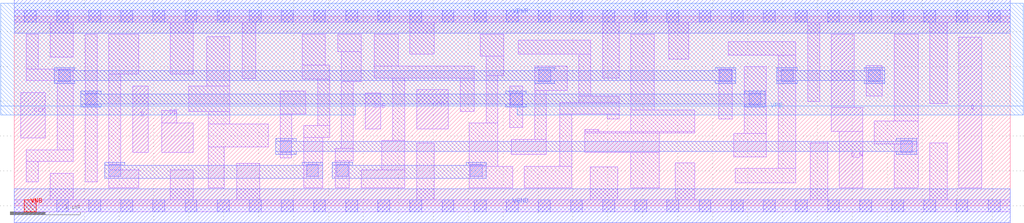
<source format=lef>
# Copyright 2020 The SkyWater PDK Authors
#
# Licensed under the Apache License, Version 2.0 (the "License");
# you may not use this file except in compliance with the License.
# You may obtain a copy of the License at
#
#     https://www.apache.org/licenses/LICENSE-2.0
#
# Unless required by applicable law or agreed to in writing, software
# distributed under the License is distributed on an "AS IS" BASIS,
# WITHOUT WARRANTIES OR CONDITIONS OF ANY KIND, either express or implied.
# See the License for the specific language governing permissions and
# limitations under the License.
#
# SPDX-License-Identifier: Apache-2.0

VERSION 5.7 ;
  NOWIREEXTENSIONATPIN ON ;
  DIVIDERCHAR "/" ;
  BUSBITCHARS "[]" ;
MACRO sky130_fd_sc_hd__sedfxbp_1
  CLASS CORE ;
  FOREIGN sky130_fd_sc_hd__sedfxbp_1 ;
  ORIGIN  0.000000  0.000000 ;
  SIZE  14.26000 BY  2.720000 ;
  SYMMETRY X Y R90 ;
  SITE unithd ;
  PIN D
    ANTENNAGATEAREA  0.159000 ;
    DIRECTION INPUT ;
    USE SIGNAL ;
    PORT
      LAYER li1 ;
        RECT 1.695000 0.765000 1.915000 1.720000 ;
    END
  END D
  PIN DE
    ANTENNAGATEAREA  0.318000 ;
    DIRECTION INPUT ;
    USE SIGNAL ;
    PORT
      LAYER li1 ;
        RECT 2.110000 0.765000 2.565000 1.185000 ;
        RECT 2.110000 1.185000 2.325000 1.370000 ;
    END
  END DE
  PIN Q
    ANTENNADIFFAREA  0.462000 ;
    DIRECTION OUTPUT ;
    USE SIGNAL ;
    PORT
      LAYER li1 ;
        RECT 13.525000 0.255000 13.855000 2.420000 ;
    END
  END Q
  PIN Q_N
    ANTENNADIFFAREA  0.429000 ;
    DIRECTION OUTPUT ;
    USE SIGNAL ;
    PORT
      LAYER li1 ;
        RECT 11.700000 1.065000 12.145000 1.410000 ;
        RECT 11.700000 1.410000 12.030000 2.465000 ;
        RECT 11.815000 0.255000 12.145000 1.065000 ;
    END
  END Q_N
  PIN SCD
    ANTENNAGATEAREA  0.159000 ;
    DIRECTION INPUT ;
    USE SIGNAL ;
    PORT
      LAYER li1 ;
        RECT 5.760000 1.105000 6.215000 1.665000 ;
    END
  END SCD
  PIN SCE
    ANTENNAGATEAREA  0.318000 ;
    DIRECTION INPUT ;
    USE SIGNAL ;
    PORT
      LAYER li1 ;
        RECT 5.025000 1.105000 5.250000 1.615000 ;
    END
  END SCE
  PIN VNB
    PORT
      LAYER pwell ;
        RECT 0.145000 -0.085000 0.315000 0.085000 ;
    END
  END VNB
  PIN VPB
    PORT
      LAYER nwell ;
        RECT -0.190000 1.305000  4.885000 1.435000 ;
        RECT -0.190000 1.435000 14.450000 2.910000 ;
        RECT  7.200000 1.305000 14.450000 1.435000 ;
    END
  END VPB
  PIN CLK
    ANTENNAGATEAREA  0.159000 ;
    DIRECTION INPUT ;
    USE CLOCK ;
    PORT
      LAYER li1 ;
        RECT 0.095000 0.975000 0.445000 1.625000 ;
    END
  END CLK
  PIN VGND
    DIRECTION INOUT ;
    SHAPE ABUTMENT ;
    USE GROUND ;
    PORT
      LAYER met1 ;
        RECT 0.000000 -0.240000 14.260000 0.240000 ;
    END
  END VGND
  PIN VPWR
    DIRECTION INOUT ;
    SHAPE ABUTMENT ;
    USE POWER ;
    PORT
      LAYER met1 ;
        RECT 0.000000 2.480000 14.260000 2.960000 ;
    END
  END VPWR
  OBS
    LAYER li1 ;
      RECT  0.000000 -0.085000 14.260000 0.085000 ;
      RECT  0.000000  2.635000 14.260000 2.805000 ;
      RECT  0.175000  0.345000  0.345000 0.635000 ;
      RECT  0.175000  0.635000  0.845000 0.805000 ;
      RECT  0.175000  1.795000  0.845000 1.965000 ;
      RECT  0.175000  1.965000  0.345000 2.465000 ;
      RECT  0.515000  0.085000  0.845000 0.465000 ;
      RECT  0.515000  2.135000  0.845000 2.635000 ;
      RECT  0.615000  0.805000  0.845000 1.795000 ;
      RECT  1.015000  0.345000  1.185000 2.465000 ;
      RECT  1.355000  0.255000  1.785000 0.515000 ;
      RECT  1.355000  0.515000  1.525000 1.890000 ;
      RECT  1.355000  1.890000  1.785000 2.465000 ;
      RECT  2.235000  0.085000  2.565000 0.515000 ;
      RECT  2.235000  1.890000  2.565000 2.635000 ;
      RECT  2.495000  1.355000  3.085000 1.720000 ;
      RECT  2.755000  1.720000  3.085000 2.425000 ;
      RECT  2.780000  0.255000  3.005000 0.845000 ;
      RECT  2.780000  0.845000  3.635000 1.175000 ;
      RECT  2.780000  1.175000  3.085000 1.355000 ;
      RECT  3.185000  0.085000  3.515000 0.610000 ;
      RECT  3.265000  1.825000  3.460000 2.635000 ;
      RECT  3.805000  0.685000  3.975000 1.320000 ;
      RECT  3.805000  1.320000  4.175000 1.650000 ;
      RECT  4.125000  1.820000  4.515000 2.020000 ;
      RECT  4.125000  2.020000  4.455000 2.465000 ;
      RECT  4.145000  0.255000  4.415000 0.980000 ;
      RECT  4.145000  0.980000  4.515000 1.150000 ;
      RECT  4.345000  1.150000  4.515000 1.820000 ;
      RECT  4.595000  0.255000  4.795000 0.645000 ;
      RECT  4.595000  0.645000  4.855000 0.825000 ;
      RECT  4.635000  2.210000  4.965000 2.465000 ;
      RECT  4.685000  0.825000  4.855000 1.785000 ;
      RECT  4.685000  1.785000  4.965000 2.210000 ;
      RECT  4.965000  0.255000  5.590000 0.515000 ;
      RECT  5.155000  1.835000  6.585000 2.005000 ;
      RECT  5.155000  2.005000  5.495000 2.465000 ;
      RECT  5.260000  0.515000  5.590000 0.935000 ;
      RECT  5.420000  0.935000  5.590000 1.835000 ;
      RECT  5.665000  2.175000  6.010000 2.635000 ;
      RECT  5.760000  0.085000  6.010000 0.905000 ;
      RECT  6.385000  1.355000  6.585000 1.835000 ;
      RECT  6.515000  0.255000  7.135000 0.565000 ;
      RECT  6.515000  0.565000  6.925000 1.185000 ;
      RECT  6.675000  2.150000  7.005000 2.465000 ;
      RECT  6.755000  1.185000  6.925000 1.865000 ;
      RECT  6.755000  1.865000  7.005000 2.150000 ;
      RECT  7.095000  1.125000  7.280000 1.720000 ;
      RECT  7.115000  0.735000  7.620000 0.955000 ;
      RECT  7.215000  2.175000  8.255000 2.375000 ;
      RECT  7.305000  0.255000  7.980000 0.565000 ;
      RECT  7.450000  0.955000  7.620000 1.655000 ;
      RECT  7.450000  1.655000  7.915000 2.005000 ;
      RECT  7.810000  0.565000  7.980000 1.315000 ;
      RECT  7.810000  1.315000  8.660000 1.485000 ;
      RECT  8.085000  1.485000  8.660000 1.575000 ;
      RECT  8.085000  1.575000  8.255000 2.175000 ;
      RECT  8.170000  0.765000  9.235000 1.045000 ;
      RECT  8.170000  1.045000  9.745000 1.065000 ;
      RECT  8.170000  1.065000  8.370000 1.095000 ;
      RECT  8.245000  0.085000  8.640000 0.560000 ;
      RECT  8.425000  1.835000  8.660000 2.635000 ;
      RECT  8.490000  1.245000  8.660000 1.315000 ;
      RECT  8.830000  0.255000  9.235000 0.765000 ;
      RECT  8.830000  1.065000  9.745000 1.375000 ;
      RECT  8.830000  1.375000  9.160000 2.465000 ;
      RECT  9.370000  2.105000  9.660000 2.635000 ;
      RECT  9.465000  0.085000  9.740000 0.615000 ;
      RECT 10.090000  1.245000 10.280000 1.965000 ;
      RECT 10.225000  2.165000 11.190000 2.355000 ;
      RECT 10.305000  0.705000 10.770000 1.035000 ;
      RECT 10.325000  0.330000 11.190000 0.535000 ;
      RECT 10.450000  1.035000 10.770000 1.995000 ;
      RECT 10.940000  0.535000 11.190000 2.165000 ;
      RECT 11.360000  1.495000 11.530000 2.635000 ;
      RECT 11.395000  0.085000 11.645000 0.900000 ;
      RECT 12.200000  1.575000 12.430000 2.010000 ;
      RECT 12.315000  0.890000 12.940000 1.220000 ;
      RECT 12.600000  0.255000 12.940000 0.890000 ;
      RECT 12.600000  1.220000 12.940000 2.465000 ;
      RECT 13.110000  0.085000 13.355000 0.900000 ;
      RECT 13.110000  1.465000 13.355000 2.635000 ;
    LAYER mcon ;
      RECT  0.145000 -0.085000  0.315000 0.085000 ;
      RECT  0.145000  2.635000  0.315000 2.805000 ;
      RECT  0.605000 -0.085000  0.775000 0.085000 ;
      RECT  0.605000  2.635000  0.775000 2.805000 ;
      RECT  0.635000  1.785000  0.805000 1.955000 ;
      RECT  1.015000  1.445000  1.185000 1.615000 ;
      RECT  1.065000 -0.085000  1.235000 0.085000 ;
      RECT  1.065000  2.635000  1.235000 2.805000 ;
      RECT  1.355000  0.425000  1.525000 0.595000 ;
      RECT  1.525000 -0.085000  1.695000 0.085000 ;
      RECT  1.525000  2.635000  1.695000 2.805000 ;
      RECT  1.985000 -0.085000  2.155000 0.085000 ;
      RECT  1.985000  2.635000  2.155000 2.805000 ;
      RECT  2.445000 -0.085000  2.615000 0.085000 ;
      RECT  2.445000  2.635000  2.615000 2.805000 ;
      RECT  2.905000 -0.085000  3.075000 0.085000 ;
      RECT  2.905000  2.635000  3.075000 2.805000 ;
      RECT  3.365000 -0.085000  3.535000 0.085000 ;
      RECT  3.365000  2.635000  3.535000 2.805000 ;
      RECT  3.805000  0.765000  3.975000 0.935000 ;
      RECT  3.825000 -0.085000  3.995000 0.085000 ;
      RECT  3.825000  2.635000  3.995000 2.805000 ;
      RECT  4.185000  0.425000  4.355000 0.595000 ;
      RECT  4.285000 -0.085000  4.455000 0.085000 ;
      RECT  4.285000  2.635000  4.455000 2.805000 ;
      RECT  4.615000  0.425000  4.785000 0.595000 ;
      RECT  4.745000 -0.085000  4.915000 0.085000 ;
      RECT  4.745000  2.635000  4.915000 2.805000 ;
      RECT  5.205000 -0.085000  5.375000 0.085000 ;
      RECT  5.205000  2.635000  5.375000 2.805000 ;
      RECT  5.665000 -0.085000  5.835000 0.085000 ;
      RECT  5.665000  2.635000  5.835000 2.805000 ;
      RECT  6.125000 -0.085000  6.295000 0.085000 ;
      RECT  6.125000  2.635000  6.295000 2.805000 ;
      RECT  6.530000  0.425000  6.700000 0.595000 ;
      RECT  6.585000 -0.085000  6.755000 0.085000 ;
      RECT  6.585000  2.635000  6.755000 2.805000 ;
      RECT  7.045000 -0.085000  7.215000 0.085000 ;
      RECT  7.045000  2.635000  7.215000 2.805000 ;
      RECT  7.100000  1.445000  7.270000 1.615000 ;
      RECT  7.505000 -0.085000  7.675000 0.085000 ;
      RECT  7.505000  2.635000  7.675000 2.805000 ;
      RECT  7.510000  1.785000  7.680000 1.955000 ;
      RECT  7.965000 -0.085000  8.135000 0.085000 ;
      RECT  7.965000  2.635000  8.135000 2.805000 ;
      RECT  8.425000 -0.085000  8.595000 0.085000 ;
      RECT  8.425000  2.635000  8.595000 2.805000 ;
      RECT  8.885000 -0.085000  9.055000 0.085000 ;
      RECT  8.885000  2.635000  9.055000 2.805000 ;
      RECT  9.345000 -0.085000  9.515000 0.085000 ;
      RECT  9.345000  2.635000  9.515000 2.805000 ;
      RECT  9.805000 -0.085000  9.975000 0.085000 ;
      RECT  9.805000  2.635000  9.975000 2.805000 ;
      RECT 10.100000  1.785000 10.270000 1.955000 ;
      RECT 10.265000 -0.085000 10.435000 0.085000 ;
      RECT 10.265000  2.635000 10.435000 2.805000 ;
      RECT 10.520000  1.445000 10.690000 1.615000 ;
      RECT 10.725000 -0.085000 10.895000 0.085000 ;
      RECT 10.725000  2.635000 10.895000 2.805000 ;
      RECT 10.980000  1.785000 11.150000 1.955000 ;
      RECT 11.185000 -0.085000 11.355000 0.085000 ;
      RECT 11.185000  2.635000 11.355000 2.805000 ;
      RECT 11.645000 -0.085000 11.815000 0.085000 ;
      RECT 11.645000  2.635000 11.815000 2.805000 ;
      RECT 12.105000 -0.085000 12.275000 0.085000 ;
      RECT 12.105000  2.635000 12.275000 2.805000 ;
      RECT 12.230000  1.785000 12.400000 1.955000 ;
      RECT 12.565000 -0.085000 12.735000 0.085000 ;
      RECT 12.565000  2.635000 12.735000 2.805000 ;
      RECT 12.690000  0.765000 12.860000 0.935000 ;
      RECT 13.025000 -0.085000 13.195000 0.085000 ;
      RECT 13.025000  2.635000 13.195000 2.805000 ;
      RECT 13.485000 -0.085000 13.655000 0.085000 ;
      RECT 13.485000  2.635000 13.655000 2.805000 ;
      RECT 13.945000 -0.085000 14.115000 0.085000 ;
      RECT 13.945000  2.635000 14.115000 2.805000 ;
    LAYER met1 ;
      RECT  0.575000 1.755000  0.865000 1.800000 ;
      RECT  0.575000 1.800000 10.330000 1.940000 ;
      RECT  0.575000 1.940000  0.865000 1.985000 ;
      RECT  0.955000 1.415000  1.245000 1.460000 ;
      RECT  0.955000 1.460000 10.750000 1.600000 ;
      RECT  0.955000 1.600000  1.245000 1.645000 ;
      RECT  1.295000 0.395000  4.415000 0.580000 ;
      RECT  1.295000 0.580000  1.585000 0.625000 ;
      RECT  3.745000 0.735000  4.035000 0.780000 ;
      RECT  3.745000 0.780000 12.920000 0.920000 ;
      RECT  3.745000 0.920000  4.035000 0.965000 ;
      RECT  4.125000 0.580000  4.415000 0.625000 ;
      RECT  4.555000 0.395000  6.760000 0.580000 ;
      RECT  4.555000 0.580000  4.845000 0.625000 ;
      RECT  6.470000 0.580000  6.760000 0.625000 ;
      RECT  7.040000 1.415000  7.330000 1.460000 ;
      RECT  7.040000 1.600000  7.330000 1.645000 ;
      RECT  7.450000 1.755000  7.740000 1.800000 ;
      RECT  7.450000 1.940000  7.740000 1.985000 ;
      RECT 10.040000 1.755000 10.330000 1.800000 ;
      RECT 10.040000 1.940000 10.330000 1.985000 ;
      RECT 10.460000 1.415000 10.750000 1.460000 ;
      RECT 10.460000 1.600000 10.750000 1.645000 ;
      RECT 10.920000 1.755000 11.210000 1.800000 ;
      RECT 10.920000 1.800000 12.460000 1.940000 ;
      RECT 10.920000 1.940000 11.210000 1.985000 ;
      RECT 12.170000 1.755000 12.460000 1.800000 ;
      RECT 12.170000 1.940000 12.460000 1.985000 ;
      RECT 12.630000 0.735000 12.920000 0.780000 ;
      RECT 12.630000 0.920000 12.920000 0.965000 ;
  END
END sky130_fd_sc_hd__sedfxbp_1
END LIBRARY

</source>
